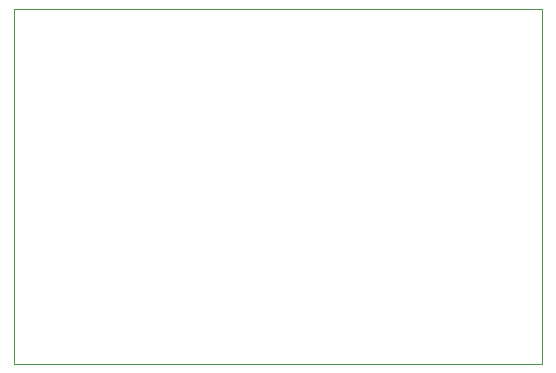
<source format=gbr>
%TF.GenerationSoftware,KiCad,Pcbnew,7.0.6-7.0.6~ubuntu22.04.1*%
%TF.CreationDate,2023-07-24T17:50:48-06:00*%
%TF.ProjectId,stepper_microscope_stage_intermediaries,73746570-7065-4725-9f6d-6963726f7363,rev?*%
%TF.SameCoordinates,Original*%
%TF.FileFunction,Profile,NP*%
%FSLAX46Y46*%
G04 Gerber Fmt 4.6, Leading zero omitted, Abs format (unit mm)*
G04 Created by KiCad (PCBNEW 7.0.6-7.0.6~ubuntu22.04.1) date 2023-07-24 17:50:48*
%MOMM*%
%LPD*%
G01*
G04 APERTURE LIST*
%TA.AperFunction,Profile*%
%ADD10C,0.100000*%
%TD*%
G04 APERTURE END LIST*
D10*
X132750000Y-85500000D02*
X177500000Y-85500000D01*
X177500000Y-115500000D01*
X132750000Y-115500000D01*
X132750000Y-85500000D01*
M02*

</source>
